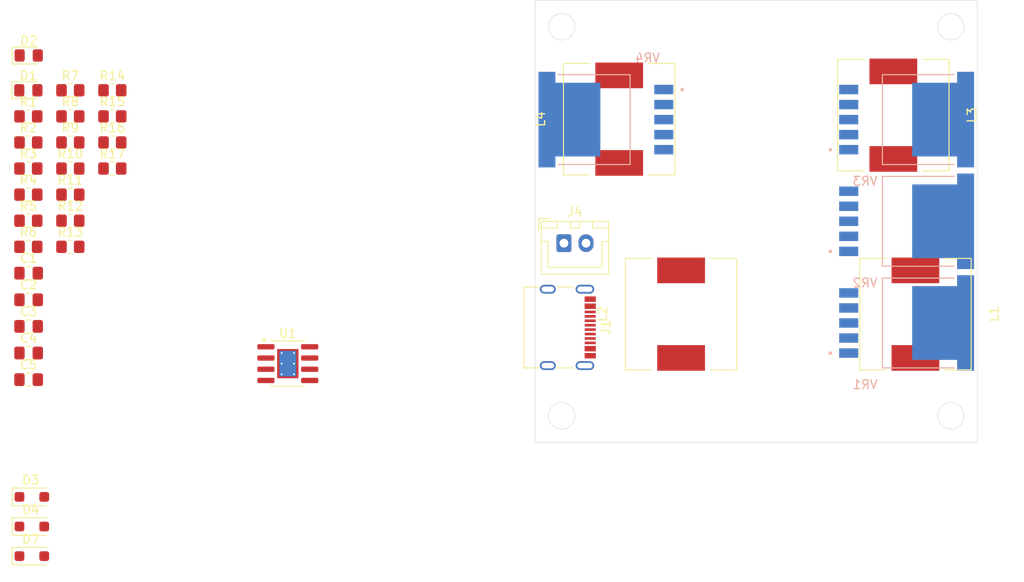
<source format=kicad_pcb>
(kicad_pcb (version 20241229) (generator "pcbnew") (generator_version "9.0")
  (layers (0 "F.Cu" signal) (4 "In1.Cu" signal) (6 "In2.Cu" signal) (8 "In3.Cu" signal) (10 "In4.Cu" signal) (12 "In5.Cu" signal) (14 "In6.Cu" signal) (2 "B.Cu" signal) (13 "F.Paste" user) (15 "B.Paste" user) (5 "F.SilkS" user "F.Silkscreen") (7 "B.SilkS" user "B.Silkscreen") (1 "F.Mask" user) (3 "B.Mask" user) (25 "Edge.Cuts" user))
  (net 0 "")
  (net 1 "Net-(J2-Pin_1)")
  (net 2 "GNDD")
  (net 3 "Net-(C2-Pad2)")
  (net 4 "Net-(C3-Pad2)")
  (net 5 "Net-(C4-Pad2)")
  (net 6 "Net-(C5-Pad2)")
  (net 7 "Net-(D1-A)")
  (net 8 "Net-(D1-K)")
  (net 9 "Net-(D3-K)")
  (net 10 "Net-(D3-A)")
  (net 11 "Net-(D4-A)")
  (net 12 "Net-(D7-A)")
  (net 13 "Net-(J4-Pin_2)")
  (net 14 "Net-(J1-CC1)")
  (net 15 "VBUS")
  (net 16 "Net-(J4-Pin_1)")
  (net 17 "Net-(J1-CC2)")
  (net 18 "Net-(VR1-SWITCH)")
  (net 19 "Net-(D2-A)")
  (net 20 "Net-(U1-PROG)")
  (net 21 "Net-(VR2-COMP)")
  (net 22 "Net-(VR2-FEEDBACK)")
  (net 23 "Net-(VR3-COMP)")
  (net 24 "Net-(VR3-FEEDBACK)")
  (net 25 "Net-(VR1-COMP)")
  (net 26 "Net-(VR1-FEEDBACK)")
  (net 27 "Net-(VR4-COMP)")
  (net 28 "Net-(VR4-FEEDBACK)")
  (net 29 "Net-(D2-K)")
  (footprint "Resistor_SMD:R_0805_2012Metric_Pad1.20x1.40mm_HandSolder" (layer "F.Cu") (at 87.185 35.185)
    (property "Reference" "R14" (at 0 -1.65 0) (layer "F.SilkS"))
    (property "Value" "1K")
    (fp_line (start -0.227064 -0.735) (end 0.227064 -0.735) (stroke (width 0.12)) (layer "F.SilkS"))
    (fp_line (start -0.227064 0.735) (end 0.227064 0.735) (stroke (width 0.12)) (layer "F.SilkS"))
    (pad "1" smd roundrect (at -1 0) (size 1.2 1.4) (layers "F.Cu" "F.Mask" "F.Paste") (roundrect_rratio 0.208333) (net 26 "Net-(VR1-FEEDBACK)"))
    (pad "2" smd roundrect (at 1 0) (size 1.2 1.4) (layers "F.Cu" "F.Mask" "F.Paste") (roundrect_rratio 0.208333) (net 2 "GNDD"))
  )
  (footprint "Resistor_SMD:R_0805_2012Metric_Pad1.20x1.40mm_HandSolder" (layer "F.Cu") (at 82.435 38.135)
    (property "Reference" "R8" (at 0 -1.65 0) (layer "F.SilkS"))
    (property "Value" "9K")
    (fp_line (start -0.227064 -0.735) (end 0.227064 -0.735) (stroke (width 0.12)) (layer "F.SilkS"))
    (fp_line (start -0.227064 0.735) (end 0.227064 0.735) (stroke (width 0.12)) (layer "F.SilkS"))
    (pad "1" smd roundrect (at -1 0) (size 1.2 1.4) (layers "F.Cu" "F.Mask" "F.Paste") (roundrect_rratio 0.208333) (net 9 "Net-(D3-K)"))
    (pad "2" smd roundrect (at 1 0) (size 1.2 1.4) (layers "F.Cu" "F.Mask" "F.Paste") (roundrect_rratio 0.208333) (net 22 "Net-(VR2-FEEDBACK)"))
  )
  (footprint "Resistor_SMD:R_0805_2012Metric_Pad1.20x1.40mm_HandSolder" (layer "F.Cu") (at 77.685 44.035)
    (property "Reference" "R3" (at 0 -1.65 0) (layer "F.SilkS"))
    (property "Value" "5K1")
    (fp_line (start -0.227064 -0.735) (end 0.227064 -0.735) (stroke (width 0.12)) (layer "F.SilkS"))
    (fp_line (start -0.227064 0.735) (end 0.227064 0.735) (stroke (width 0.12)) (layer "F.SilkS"))
    (pad "1" smd roundrect (at -1 0) (size 1.2 1.4) (layers "F.Cu" "F.Mask" "F.Paste") (roundrect_rratio 0.208333) (net 2 "GNDD"))
    (pad "2" smd roundrect (at 1 0) (size 1.2 1.4) (layers "F.Cu" "F.Mask" "F.Paste") (roundrect_rratio 0.208333) (net 17 "Net-(J1-CC2)"))
  )
  (footprint "Resistor_SMD:R_0805_2012Metric_Pad1.20x1.40mm_HandSolder" (layer "F.Cu") (at 77.685 38.135)
    (property "Reference" "R1" (at 0 -1.65 0) (layer "F.SilkS"))
    (property "Value" "R")
    (fp_line (start -0.227064 -0.735) (end 0.227064 -0.735) (stroke (width 0.12)) (layer "F.SilkS"))
    (fp_line (start -0.227064 0.735) (end 0.227064 0.735) (stroke (width 0.12)) (layer "F.SilkS"))
    (pad "1" smd roundrect (at -1 0) (size 1.2 1.4) (layers "F.Cu" "F.Mask" "F.Paste") (roundrect_rratio 0.208333) (net 7 "Net-(D1-A)"))
    (pad "2" smd roundrect (at 1 0) (size 1.2 1.4) (layers "F.Cu" "F.Mask" "F.Paste") (roundrect_rratio 0.208333) (net 15 "VBUS"))
  )
  (footprint "Resistor_SMD:R_0805_2012Metric_Pad1.20x1.40mm_HandSolder" (layer "F.Cu") (at 87.185 44.035)
    (property "Reference" "R17" (at 0 -1.65 0) (layer "F.SilkS"))
    (property "Value" "1K")
    (fp_line (start -0.227064 -0.735) (end 0.227064 -0.735) (stroke (width 0.12)) (layer "F.SilkS"))
    (fp_line (start -0.227064 0.735) (end 0.227064 0.735) (stroke (width 0.12)) (layer "F.SilkS"))
    (pad "1" smd roundrect (at -1 0) (size 1.2 1.4) (layers "F.Cu" "F.Mask" "F.Paste") (roundrect_rratio 0.208333) (net 28 "Net-(VR4-FEEDBACK)"))
    (pad "2" smd roundrect (at 1 0) (size 1.2 1.4) (layers "F.Cu" "F.Mask" "F.Paste") (roundrect_rratio 0.208333) (net 2 "GNDD"))
  )
  (footprint "Capacitor_SMD:C_0805_2012Metric_Pad1.18x1.45mm_HandSolder" (layer "F.Cu") (at 77.715 55.865)
    (property "Reference" "C1" (at 0 -1.68 0) (layer "F.SilkS"))
    (property "Value" "C")
    (fp_line (start -0.261252 -0.735) (end 0.261252 -0.735) (stroke (width 0.12)) (layer "F.SilkS"))
    (fp_line (start -0.261252 0.735) (end 0.261252 0.735) (stroke (width 0.12)) (layer "F.SilkS"))
    (pad "1" smd roundrect (at -1.0375 0) (size 1.175 1.45) (layers "F.Cu" "F.Mask" "F.Paste") (roundrect_rratio 0.212766) (net 1 "Net-(J2-Pin_1)"))
    (pad "2" smd roundrect (at 1.0375 0) (size 1.175 1.45) (layers "F.Cu" "F.Mask" "F.Paste") (roundrect_rratio 0.212766) (net 2 "GNDD"))
  )
  (footprint "Resistor_SMD:R_0805_2012Metric_Pad1.20x1.40mm_HandSolder" (layer "F.Cu") (at 87.185 38.135)
    (property "Reference" "R15" (at 0 -1.65 0) (layer "F.SilkS"))
    (property "Value" "2K")
    (fp_line (start -0.227064 -0.735) (end 0.227064 -0.735) (stroke (width 0.12)) (layer "F.SilkS"))
    (fp_line (start -0.227064 0.735) (end 0.227064 0.735) (stroke (width 0.12)) (layer "F.SilkS"))
    (pad "1" smd roundrect (at -1 0) (size 1.2 1.4) (layers "F.Cu" "F.Mask" "F.Paste") (roundrect_rratio 0.208333) (net 27 "Net-(VR4-COMP)"))
    (pad "2" smd roundrect (at 1 0) (size 1.2 1.4) (layers "F.Cu" "F.Mask" "F.Paste") (roundrect_rratio 0.208333) (net 6 "Net-(C5-Pad2)"))
  )
  (footprint "Resistor_SMD:R_0805_2012Metric_Pad1.20x1.40mm_HandSolder" (layer "F.Cu") (at 82.435 41.085)
    (property "Reference" "R9" (at 0 -1.65 0) (layer "F.SilkS"))
    (property "Value" "2K")
    (fp_line (start -0.227064 -0.735) (end 0.227064 -0.735) (stroke (width 0.12)) (layer "F.SilkS"))
    (fp_line (start -0.227064 0.735) (end 0.227064 0.735) (stroke (width 0.12)) (layer "F.SilkS"))
    (pad "1" smd roundrect (at -1 0) (size 1.2 1.4) (layers "F.Cu" "F.Mask" "F.Paste") (roundrect_rratio 0.208333) (net 23 "Net-(VR3-COMP)"))
    (pad "2" smd roundrect (at 1 0) (size 1.2 1.4) (layers "F.Cu" "F.Mask" "F.Paste") (roundrect_rratio 0.208333) (net 4 "Net-(C3-Pad2)"))
  )
  (footprint "Resistor_SMD:R_0805_2012Metric_Pad1.20x1.40mm_HandSolder" (layer "F.Cu") (at 82.435 49.935)
    (property "Reference" "R12" (at 0 -1.65 0) (layer "F.SilkS"))
    (property "Value" "2K")
    (fp_line (start -0.227064 -0.735) (end 0.227064 -0.735) (stroke (width 0.12)) (layer "F.SilkS"))
    (fp_line (start -0.227064 0.735) (end 0.227064 0.735) (stroke (width 0.12)) (layer "F.SilkS"))
    (pad "1" smd roundrect (at -1 0) (size 1.2 1.4) (layers "F.Cu" "F.Mask" "F.Paste") (roundrect_rratio 0.208333) (net 25 "Net-(VR1-COMP)"))
    (pad "2" smd roundrect (at 1 0) (size 1.2 1.4) (layers "F.Cu" "F.Mask" "F.Paste") (roundrect_rratio 0.208333) (net 5 "Net-(C4-Pad2)"))
  )
  (footprint "Resistor_SMD:R_0805_2012Metric_Pad1.20x1.40mm_HandSolder" (layer "F.Cu") (at 82.435 44.035)
    (property "Reference" "R10" (at 0 -1.65 0) (layer "F.SilkS"))
    (property "Value" "9K")
    (fp_line (start -0.227064 -0.735) (end 0.227064 -0.735) (stroke (width 0.12)) (layer "F.SilkS"))
    (fp_line (start -0.227064 0.735) (end 0.227064 0.735) (stroke (width 0.12)) (layer "F.SilkS"))
    (pad "1" smd roundrect (at -1 0) (size 1.2 1.4) (layers "F.Cu" "F.Mask" "F.Paste") (roundrect_rratio 0.208333) (net 9 "Net-(D3-K)"))
    (pad "2" smd roundrect (at 1 0) (size 1.2 1.4) (layers "F.Cu" "F.Mask" "F.Paste") (roundrect_rratio 0.208333) (net 24 "Net-(VR3-FEEDBACK)"))
  )
  (footprint "Resistor_SMD:R_0805_2012Metric_Pad1.20x1.40mm_HandSolder" (layer "F.Cu") (at 82.435 46.985)
    (property "Reference" "R11" (at 0 -1.65 0) (layer "F.SilkS"))
    (property "Value" "1K")
    (fp_line (start -0.227064 -0.735) (end 0.227064 -0.735) (stroke (width 0.12)) (layer "F.SilkS"))
    (fp_line (start -0.227064 0.735) (end 0.227064 0.735) (stroke (width 0.12)) (layer "F.SilkS"))
    (pad "1" smd roundrect (at -1 0) (size 1.2 1.4) (layers "F.Cu" "F.Mask" "F.Paste") (roundrect_rratio 0.208333) (net 24 "Net-(VR3-FEEDBACK)"))
    (pad "2" smd roundrect (at 1 0) (size 1.2 1.4) (layers "F.Cu" "F.Mask" "F.Paste") (roundrect_rratio 0.208333) (net 2 "GNDD"))
  )
  (footprint "Connector_JST:JST_XH_B2B-XH-A_1x02_P2.50mm_Vertical" (layer "F.Cu") (at 138.25 52.475)
    (property "Reference" "J4" (at 1.25 -3.55 0) (layer "F.SilkS"))
    (property "Value" "Conn_01x02_Socket")
    (fp_line (start -2.85 -2.75) (end -2.85 -1.5) (stroke (width 0.12)) (layer "F.SilkS"))
    (fp_line (start -2.56 -2.46) (end -2.56 3.51) (stroke (width 0.12)) (layer "F.SilkS"))
    (fp_line (start -2.56 3.51) (end 5.06 3.51) (stroke (width 0.12)) (layer "F.SilkS"))
    (fp_line (start -2.55 -2.45) (end -2.55 -1.7) (stroke (width 0.12)) (layer "F.SilkS"))
    (fp_line (start -2.55 -1.7) (end -0.75 -1.7) (stroke (width 0.12)) (layer "F.SilkS"))
    (fp_line (start -2.55 -0.2) (end -1.8 -0.2) (stroke (width 0.12)) (layer "F.SilkS"))
    (fp_line (start -1.8 -0.2) (end -1.8 2.75) (stroke (width 0.12)) (layer "F.SilkS"))
    (fp_line (start -1.8 2.75) (end 1.25 2.75) (stroke (width 0.12)) (layer "F.SilkS"))
    (fp_line (start -1.6 -2.75) (end -2.85 -2.75) (stroke (width 0.12)) (layer "F.SilkS"))
    (fp_line (start -0.75 -2.45) (end -2.55 -2.45) (stroke (width 0.12)) (layer "F.SilkS"))
    (fp_line (start -0.75 -1.7) (end -0.75 -2.45) (stroke (width 0.12)) (layer "F.SilkS"))
    (fp_line (start 0.75 -2.45) (end 0.75 -1.7) (stroke (width 0.12)) (layer "F.SilkS"))
    (fp_line (start 0.75 -1.7) (end 1.75 -1.7) (stroke (width 0.12)) (layer "F.SilkS"))
    (fp_line (start 1.75 -2.45) (end 0.75 -2.45) (stroke (width 0.12)) (layer "F.SilkS"))
    (fp_line (start 1.75 -1.7) (end 1.75 -2.45) (stroke (width 0.12)) (layer "F.SilkS"))
    (fp_line (start 3.25 -2.45) (end 3.25 -1.7) (stroke (width 0.12)) (layer "F.SilkS"))
    (fp_line (start 3.25 -1.7) (end 5.05 -1.7) (stroke (width 0.12)) (layer "F.SilkS"))
    (fp_line (start 4.3 -0.2) (end 4.3 2.75) (stroke (width 0.12)) (layer "F.SilkS"))
    (fp_line (start 4.3 2.75) (end 1.25 2.75) (stroke (width 0.12)) (layer "F.SilkS"))
    (fp_line (start 5.05 -2.45) (end 3.25 -2.45) (stroke (width 0.12)) (layer "F.SilkS"))
    (fp_line (start 5.05 -1.7) (end 5.05 -2.45) (stroke (width 0.12)) (layer "F.SilkS"))
    (fp_line (start 5.05 -0.2) (end 4.3 -0.2) (stroke (width 0.12)) (layer "F.SilkS"))
    (fp_line (start 5.06 -2.46) (end -2.56 -2.46) (stroke (width 0.12)) (layer "F.SilkS"))
    (fp_line (start 5.06 3.51) (end 5.06 -2.46) (stroke (width 0.12)) (layer "F.SilkS"))
    (pad "1" thru_hole roundrect (at 0 0) (size 1.7 2) (drill 1) (layers "*.Cu" "*.Mask") (roundrect_rratio 0.147059) (net 16 "Net-(J4-Pin_1)"))
    (pad "2" thru_hole oval (at 2.5 0) (size 1.7 2) (drill 1) (layers "*.Cu" "*.Mask") (net 13 "Net-(J4-Pin_2)"))
  )
  (footprint "Resistor_SMD:R_0805_2012Metric_Pad1.20x1.40mm_HandSolder" (layer "F.Cu") (at 77.685 52.885)
    (property "Reference" "R6" (at 0 -1.65 0) (layer "F.SilkS"))
    (property "Value" "2K")
    (fp_line (start -0.227064 -0.735) (end 0.227064 -0.735) (stroke (width 0.12)) (layer "F.SilkS"))
    (fp_line (start -0.227064 0.735) (end 0.227064 0.735) (stroke (width 0.12)) (layer "F.SilkS"))
    (pad "1" smd roundrect (at -1 0) (size 1.2 1.4) (layers "F.Cu" "F.Mask" "F.Paste") (roundrect_rratio 0.208333) (net 21 "Net-(VR2-COMP)"))
    (pad "2" smd roundrect (at 1 0) (size 1.2 1.4) (layers "F.Cu" "F.Mask" "F.Paste") (roundrect_rratio 0.208333) (net 3 "Net-(C2-Pad2)"))
  )
  (footprint "Capacitor_SMD:C_0805_2012Metric_Pad1.18x1.45mm_HandSolder" (layer "F.Cu") (at 77.715 67.905)
    (property "Reference" "C5" (at 0 -1.68 0) (layer "F.SilkS"))
    (property "Value" "0,1uF")
    (fp_line (start -0.261252 -0.735) (end 0.261252 -0.735) (stroke (width 0.12)) (layer "F.SilkS"))
    (fp_line (start -0.261252 0.735) (end 0.261252 0.735) (stroke (width 0.12)) (layer "F.SilkS"))
    (pad "1" smd roundrect (at -1.0375 0) (size 1.175 1.45) (layers "F.Cu" "F.Mask" "F.Paste") (roundrect_rratio 0.212766) (net 2 "GNDD"))
    (pad "2" smd roundrect (at 1.0375 0) (size 1.175 1.45) (layers "F.Cu" "F.Mask" "F.Paste") (roundrect_rratio 0.212766) (net 6 "Net-(C5-Pad2)"))
  )
  (footprint "Inductor_SMD:L_12x12mm_H4.5mm_model" (layer "F.Cu") (at 151.5 60.5 90)
    (property "Reference" "L2" (at 0 -8.89 90) (layer "F.SilkS"))
    (property "Value" "100uH")
    (fp_line (start 6.3 -6.3) (end 6.3 -3.3) (stroke (width 0.12)) (layer "F.SilkS"))
    (fp_line (start -6.3 -6.3) (end 6.3 -6.3) (stroke (width 0.12)) (layer "F.SilkS"))
    (fp_line (start -6.3 -3.3) (end -6.3 -6.3) (stroke (width 0.12)) (layer "F.SilkS"))
    (fp_line (start 6.3 3.3) (end 6.3 6.3) (stroke (width 0.12)) (layer "F.SilkS"))
    (fp_line (start 6.3 6.3) (end -6.3 6.3) (stroke (width 0.12)) (layer "F.SilkS"))
    (fp_line (start -6.3 6.3) (end -6.3 3.3) (stroke (width 0.12)) (layer "F.SilkS"))
    (pad "1" smd rect (at -4.95 0 90) (size 2.9 5.4) (layers "F.Cu" "F.Mask" "F.Paste") (net 1 "Net-(J2-Pin_1)"))
    (pad "2" smd rect (at 4.95 0 90) (size 2.9 5.4) (layers "F.Cu" "F.Mask" "F.Paste") (net 12 "Net-(D7-A)"))
  )
  (footprint "LED_SMD:LED_0805_2012Metric_Pad1.15x1.40mm_HandSolder" (layer "F.Cu") (at 77.725 31.25)
    (property "Reference" "D2" (at 0 -1.65 0) (layer "F.SilkS"))
    (property "Value" "LED")
    (fp_line (start -1.86 -0.96) (end -1.86 0.96) (stroke (width 0.12)) (layer "F.SilkS"))
    (fp_line (start -1.86 0.96) (end 1 0.96) (stroke (width 0.12)) (layer "F.SilkS"))
    (fp_line (start 1 -0.96) (end -1.86 -0.96) (stroke (width 0.12)) (layer "F.SilkS"))
    (pad "1" smd roundrect (at -1.025 0) (size 1.15 1.4) (layers "F.Cu" "F.Mask" "F.Paste") (roundrect_rratio 0.217391) (net 29 "Net-(D2-K)"))
    (pad "2" smd roundrect (at 1.025 0) (size 1.15 1.4) (layers "F.Cu" "F.Mask" "F.Paste") (roundrect_rratio 0.217391) (net 19 "Net-(D2-A)"))
  )
  (footprint "Resistor_SMD:R_0805_2012Metric_Pad1.20x1.40mm_HandSolder" (layer "F.Cu") (at 82.435 35.185)
    (property "Reference" "R7" (at 0 -1.65 0) (layer "F.SilkS"))
    (property "Value" "1K")
    (fp_line (start -0.227064 -0.735) (end 0.227064 -0.735) (stroke (width 0.12)) (layer "F.SilkS"))
    (fp_line (start -0.227064 0.735) (end 0.227064 0.735) (stroke (width 0.12)) (layer "F.SilkS"))
    (pad "1" smd roundrect (at -1 0) (size 1.2 1.4) (layers "F.Cu" "F.Mask" "F.Paste") (roundrect_rratio 0.208333) (net 22 "Net-(VR2-FEEDBACK)"))
    (pad "2" smd roundrect (at 1 0) (size 1.2 1.4) (layers "F.Cu" "F.Mask" "F.Paste") (roundrect_rratio 0.208333) (net 2 "GNDD"))
  )
  (footprint "Inductor_SMD:L_12x12mm_H4.5mm_model" (layer "F.Cu") (at 144.5 38.45 90)
    (property "Reference" "L4" (at 0 -8.89 90) (layer "F.SilkS"))
    (property "Value" "100uH")
    (fp_line (start 6.3 -6.3) (end 6.3 -3.3) (stroke (width 0.12)) (layer "F.SilkS"))
    (fp_line (start -6.3 -6.3) (end 6.3 -6.3) (stroke (width 0.12)) (layer "F.SilkS"))
    (fp_line (start -6.3 -3.3) (end -6.3 -6.3) (stroke (width 0.12)) (layer "F.SilkS"))
    (fp_line (start 6.3 3.3) (end 6.3 6.3) (stroke (width 0.12)) (layer "F.SilkS"))
    (fp_line (start 6.3 6.3) (end -6.3 6.3) (stroke (width 0.12)) (layer "F.SilkS"))
    (fp_line (start -6.3 6.3) (end -6.3 3.3) (stroke (width 0.12)) (layer "F.SilkS"))
    (pad "1" smd rect (at -4.95 0 90) (size 2.9 5.4) (layers "F.Cu" "F.Mask" "F.Paste") (net 1 "Net-(J2-Pin_1)"))
    (pad "2" smd rect (at 4.95 0 90) (size 2.9 5.4) (layers "F.Cu" "F.Mask" "F.Paste") (net 11 "Net-(D4-A)"))
  )
  (footprint "Diode_SMD:D_SOD-123F" (layer "F.Cu") (at 78.08 87.865)
    (property "Reference" "D7" (at -0.127 -1.905 0) (layer "F.SilkS"))
    (property "Value" "1N4148W")
    (fp_line (start -2.21 -1) (end -2.21 1) (stroke (width 0.12)) (layer "F.SilkS"))
    (fp_line (start -2.21 -1) (end 1.65 -1) (stroke (width 0.12)) (layer "F.SilkS"))
    (fp_line (start -2.21 1) (end 1.65 1) (stroke (width 0.12)) (layer "F.SilkS"))
    (pad "1" smd roundrect (at -1.4 0) (size 1.1 1.1) (layers "F.Cu" "F.Mask" "F.Paste") (roundrect_rratio 0.2272727273) (net 9 "Net-(D3-K)"))
    (pad "2" smd roundrect (at 1.4 0) (size 1.1 1.1) (layers "F.Cu" "F.Mask" "F.Paste") (roundrect_rratio 0.2272727273) (net 12 "Net-(D7-A)"))
  )
  (footprint "Diode_SMD:D_SOD-123F" (layer "F.Cu") (at 78.08 81.165)
    (property "Reference" "D3" (at -0.127 -1.905 0) (layer "F.SilkS"))
    (property "Value" "1N4148W")
    (fp_line (start -2.21 -1) (end -2.21 1) (stroke (width 0.12)) (layer "F.SilkS"))
    (fp_line (start -2.21 -1) (end 1.65 -1) (stroke (width 0.12)) (layer "F.SilkS"))
    (fp_line (start -2.21 1) (end 1.65 1) (stroke (width 0.12)) (layer "F.SilkS"))
    (pad "1" smd roundrect (at -1.4 0) (size 1.1 1.1) (layers "F.Cu" "F.Mask" "F.Paste") (roundrect_rratio 0.2272727273) (net 9 "Net-(D3-K)"))
    (pad "2" smd roundrect (at 1.4 0) (size 1.1 1.1) (layers "F.Cu" "F.Mask" "F.Paste") (roundrect_rratio 0.2272727273) (net 10 "Net-(D3-A)"))
  )
  (footprint "Inductor_SMD:L_12x12mm_H4.5mm_model" (layer "F.Cu") (at 175.5 38 -90)
    (property "Reference" "L3" (at 0 -8.89 90) (layer "F.SilkS"))
    (property "Value" "100uH")
    (fp_line (start -6.3 6.3) (end -6.3 3.3) (stroke (width 0.12)) (layer "F.SilkS"))
    (fp_line (start 6.3 6.3) (end -6.3 6.3) (stroke (width 0.12)) (layer "F.SilkS"))
    (fp_line (start 6.3 3.3) (end 6.3 6.3) (stroke (width 0.12)) (layer "F.SilkS"))
    (fp_line (start -6.3 -3.3) (end -6.3 -6.3) (stroke (width 0.12)) (layer "F.SilkS"))
    (fp_line (start -6.3 -6.3) (end 6.3 -6.3) (stroke (width 0.12)) (layer "F.SilkS"))
    (fp_line (start 6.3 -6.3) (end 6.3 -3.3) (stroke (width 0.12)) (layer "F.SilkS"))
    (pad "1" smd rect (at -4.95 0 270) (size 2.9 5.4) (layers "F.Cu" "F.Mask" "F.Paste") (net 1 "Net-(J2-Pin_1)"))
    (pad "2" smd rect (at 4.95 0 270) (size 2.9 5.4) (layers "F.Cu" "F.Mask" "F.Paste") (net 10 "Net-(D3-A)"))
  )
  (footprint "Resistor_SMD:R_0805_2012Metric_Pad1.20x1.40mm_HandSolder" (layer "F.Cu") (at 82.435 52.885)
    (property "Reference" "R13" (at 0 -1.65 0) (layer "F.SilkS"))
    (property "Value" "4K1")
    (fp_line (start -0.227064 -0.735) (end 0.227064 -0.735) (stroke (width 0.12)) (layer "F.SilkS"))
    (fp_line (start -0.227064 0.735) (end 0.227064 0.735) (stroke (width 0.12)) (layer "F.SilkS"))
    (pad "1" smd roundrect (at -1 0) (size 1.2 1.4) (layers "F.Cu" "F.Mask" "F.Paste") (roundrect_rratio 0.208333) (net 18 "Net-(VR1-SWITCH)"))
    (pad "2" smd roundrect (at 1 0) (size 1.2 1.4) (layers "F.Cu" "F.Mask" "F.Paste") (roundrect_rratio 0.208333) (net 26 "Net-(VR1-FEEDBACK)"))
  )
  (footprint "Capacitor_SMD:C_0805_2012Metric_Pad1.18x1.45mm_HandSolder" (layer "F.Cu") (at 77.715 61.885)
    (property "Reference" "C3" (at 0 -1.68 0) (layer "F.SilkS"))
    (property "Value" "0,1uF")
    (fp_line (start -0.261252 -0.735) (end 0.261252 -0.735) (stroke (width 0.12)) (layer "F.SilkS"))
    (fp_line (start -0.261252 0.735) (end 0.261252 0.735) (stroke (width 0.12)) (layer "F.SilkS"))
    (pad "1" smd roundrect (at -1.0375 0) (size 1.175 1.45) (layers "F.Cu" "F.Mask" "F.Paste") (roundrect_rratio 0.212766) (net 2 "GNDD"))
    (pad "2" smd roundrect (at 1.0375 0) (size 1.175 1.45) (layers "F.Cu" "F.Mask" "F.Paste") (roundrect_rratio 0.212766) (net 4 "Net-(C3-Pad2)"))
  )
  (footprint "Diode_SMD:D_SOD-123F" (layer "F.Cu") (at 78.08 84.515)
    (property "Reference" "D4" (at -0.127 -1.905 0) (layer "F.SilkS"))
    (property "Value" "1N4148W")
    (fp_line (start -2.21 -1) (end -2.21 1) (stroke (width 0.12)) (layer "F.SilkS"))
    (fp_line (start -2.21 -1) (end 1.65 -1) (stroke (width 0.12)) (layer "F.SilkS"))
    (fp_line (start -2.21 1) (end 1.65 1) (stroke (width 0.12)) (layer "F.SilkS"))
    (pad "1" smd roundrect (at -1.4 0) (size 1.1 1.1) (layers "F.Cu" "F.Mask" "F.Paste") (roundrect_rratio 0.2272727273) (net 9 "Net-(D3-K)"))
    (pad "2" smd roundrect (at 1.4 0) (size 1.1 1.1) (layers "F.Cu" "F.Mask" "F.Paste") (roundrect_rratio 0.2272727273) (net 11 "Net-(D4-A)"))
  )
  (footprint "Capacitor_SMD:C_0805_2012Metric_Pad1.18x1.45mm_HandSolder" (layer "F.Cu") (at 77.715 64.895)
    (property "Reference" "C4" (at 0 -1.68 0) (layer "F.SilkS"))
    (property "Value" "0,1uF")
    (fp_line (start -0.261252 -0.735) (end 0.261252 -0.735) (stroke (width 0.12)) (layer "F.SilkS"))
    (fp_line (start -0.261252 0.735) (end 0.261252 0.735) (stroke (width 0.12)) (layer "F.SilkS"))
    (pad "1" smd roundrect (at -1.0375 0) (size 1.175 1.45) (layers "F.Cu" "F.Mask" "F.Paste") (roundrect_rratio 0.212766) (net 2 "GNDD"))
    (pad "2" smd roundrect (at 1.0375 0) (size 1.175 1.45) (layers "F.Cu" "F.Mask" "F.Paste") (roundrect_rratio 0.212766) (net 5 "Net-(C4-Pad2)"))
  )
  (footprint "Resistor_SMD:R_0805_2012Metric_Pad1.20x1.40mm_HandSolder" (layer "F.Cu") (at 77.685 41.085)
    (property "Reference" "R2" (at 0 -1.65 0) (layer "F.SilkS"))
    (property "Value" "R")
    (fp_line (start -0.227064 -0.735) (end 0.227064 -0.735) (stroke (width 0.12)) (layer "F.SilkS"))
    (fp_line (start -0.227064 0.735) (end 0.227064 0.735) (stroke (width 0.12)) (layer "F.SilkS"))
    (pad "1" smd roundrect (at -1 0) (size 1.2 1.4) (layers "F.Cu" "F.Mask" "F.Paste") (roundrect_rratio 0.208333) (net 19 "Net-(D2-A)"))
    (pad "2" smd roundrect (at 1 0) (size 1.2 1.4) (layers "F.Cu" "F.Mask" "F.Paste") (roundrect_rratio 0.208333) (net 15 "VBUS"))
  )
  (footprint "Capacitor_SMD:C_0805_2012Metric_Pad1.18x1.45mm_HandSolder" (layer "F.Cu") (at 77.715 58.875)
    (property "Reference" "C2" (at 0 -1.68 0) (layer "F.SilkS"))
    (property "Value" "0,1uF")
    (fp_line (start -0.261252 -0.735) (end 0.261252 -0.735) (stroke (width 0.12)) (layer "F.SilkS"))
    (fp_line (start -0.261252 0.735) (end 0.261252 0.735) (stroke (width 0.12)) (layer "F.SilkS"))
    (pad "1" smd roundrect (at -1.0375 0) (size 1.175 1.45) (layers "F.Cu" "F.Mask" "F.Paste") (roundrect_rratio 0.212766) (net 2 "GNDD"))
    (pad "2" smd roundrect (at 1.0375 0) (size 1.175 1.45) (layers "F.Cu" "F.Mask" "F.Paste") (roundrect_rratio 0.212766) (net 3 "Net-(C2-Pad2)"))
  )
  (footprint "Inductor_SMD:L_12x12mm_H4.5mm_model" (layer "F.Cu") (at 178 60.5 -90)
    (property "Reference" "L1" (at 0 -8.89 90) (layer "F.SilkS"))
    (property "Value" "100uH")
    (fp_line (start -6.3 6.3) (end -6.3 3.3) (stroke (width 0.12)) (layer "F.SilkS"))
    (fp_line (start 6.3 6.3) (end -6.3 6.3) (stroke (width 0.12)) (layer "F.SilkS"))
    (fp_line (start 6.3 3.3) (end 6.3 6.3) (stroke (width 0.12)) (layer "F.SilkS"))
    (fp_line (start -6.3 -3.3) (end -6.3 -6.3) (stroke (width 0.12)) (layer "F.SilkS"))
    (fp_line (start -6.3 -6.3) (end 6.3 -6.3) (stroke (width 0.12)) (layer "F.SilkS"))
    (fp_line (start 6.3 -6.3) (end 6.3 -3.3) (stroke (width 0.12)) (layer "F.SilkS"))
    (pad "1" smd rect (at -4.95 0 270) (size 2.9 5.4) (layers "F.Cu" "F.Mask" "F.Paste") (net 1 "Net-(J2-Pin_1)"))
    (pad "2" smd rect (at 4.95 0 270) (size 2.9 5.4) (layers "F.Cu" "F.Mask" "F.Paste") (net 18 "Net-(VR1-SWITCH)"))
  )
  (footprint "Resistor_SMD:R_0805_2012Metric_Pad1.20x1.40mm_HandSolder" (layer "F.Cu") (at 77.685 46.985)
    (property "Reference" "R4" (at 0 -1.65 0) (layer "F.SilkS"))
    (property "Value" "5K1")
    (fp_line (start -0.227064 -0.735) (end 0.227064 -0.735) (stroke (width 0.12)) (layer "F.SilkS"))
    (fp_line (start -0.227064 0.735) (end 0.227064 0.735) (stroke (width 0.12)) (layer "F.SilkS"))
    (pad "1" smd roundrect (at -1 0) (size 1.2 1.4) (layers "F.Cu" "F.Mask" "F.Paste") (roundrect_rratio 0.208333) (net 2 "GNDD"))
    (pad "2" smd roundrect (at 1 0) (size 1.2 1.4) (layers "F.Cu" "F.Mask" "F.Paste") (roundrect_rratio 0.208333) (net 14 "Net-(J1-CC1)"))
  )
  (footprint "Resistor_SMD:R_0805_2012Metric_Pad1.20x1.40mm_HandSolder" (layer "F.Cu") (at 77.685 49.935)
    (property "Reference" "R5" (at 0 -1.65 0) (layer "F.SilkS"))
    (property "Value" "1K2")
    (fp_line (start -0.227064 -0.735) (end 0.227064 -0.735) (stroke (width 0.12)) (layer "F.SilkS"))
    (fp_line (start -0.227064 0.735) (end 0.227064 0.735) (stroke (width 0.12)) (layer "F.SilkS"))
    (pad "1" smd roundrect (at -1 0) (size 1.2 1.4) (layers "F.Cu" "F.Mask" "F.Paste") (roundrect_rratio 0.208333) (net 2 "GNDD"))
    (pad "2" smd roundrect (at 1 0) (size 1.2 1.4) (layers "F.Cu" "F.Mask" "F.Paste") (roundrect_rratio 0.208333) (net 20 "Net-(U1-PROG)"))
  )
  (footprint "Package_SO:SOIC-8-1EP_3.9x4.9mm_P1.27mm_EP2.41x3.3mm_ThermalVias_model" (layer "F.Cu") (at 107.025 66.095)
    (property "Reference" "U1" (at 0 -3.4 0) (layer "F.SilkS"))
    (property "Value" "TP4056-42-ESOP8")
    (fp_line (start 0 -2.56) (end -1.95 -2.56) (stroke (width 0.12)) (layer "F.SilkS"))
    (fp_line (start 0 -2.56) (end 1.95 -2.56) (stroke (width 0.12)) (layer "F.SilkS"))
    (fp_line (start 0 2.56) (end -1.95 2.56) (stroke (width 0.12)) (layer "F.SilkS"))
    (fp_line (start 0 2.56) (end 1.95 2.56) (stroke (width 0.12)) (layer "F.SilkS"))
    (fp_poly (pts (xy -2.7 -2.465) (xy -2.94 -2.795) (xy -2.46 -2.795)) (stroke (width 0.12)) (fill yes) (layer "F.SilkS"))
    (pad "1" smd roundrect (at -2.475 -1.905) (size 1.95 0.6) (layers "F.Cu" "F.Mask" "F.Paste") (net 2 "GNDD"))
    (pad "2" smd roundrect (at -2.475 -0.635) (size 1.95 0.6) (layers "F.Cu" "F.Mask" "F.Paste") (net 20 "Net-(U1-PROG)"))
    (pad "3" smd roundrect (at -2.475 0.635) (size 1.95 0.6) (layers "F.Cu" "F.Mask" "F.Paste") (net 2 "GNDD"))
    (pad "4" smd roundrect (at -2.475 1.905) (size 1.95 0.6) (layers "F.Cu" "F.Mask" "F.Paste") (net 15 "VBUS"))
    (pad "5" smd roundrect (at 2.475 1.905) (size 1.95 0.6) (layers "F.Cu" "F.Mask" "F.Paste") (net 1 "Net-(J2-Pin_1)"))
    (pad "6" smd roundrect (at 2.475 0.635) (size 1.95 0.6) (layers "F.Cu" "F.Mask" "F.Paste") (net 29 "Net-(D2-K)"))
    (pad "7" smd roundrect (at 2.475 -0.635) (size 1.95 0.6) (layers "F.Cu" "F.Mask" "F.Paste") (net 8 "Net-(D1-K)"))
    (pad "8" smd roundrect (at 2.475 -1.905) (size 1.95 0.6) (layers "F.Cu" "F.Mask" "F.Paste") (net 15 "VBUS"))
    (pad "9" thru_hole circle (at -0.7 -1.2) (size 0.5 0.5) (drill 0.2) (property pad_prop_heatsink) (layers "*.Cu") (net 2 "GNDD"))
    (pad "9" thru_hole circle (at -0.7 0) (size 0.5 0.5) (drill 0.2) (property pad_prop_heatsink) (layers "*.Cu") (net 2 "GNDD"))
    (pad "9" thru_hole circle (at -0.7 1.2) (size 0.5 0.5) (drill 0.2) (property pad_prop_heatsink) (layers "*.Cu") (net 2 "GNDD"))
    (pad "9" smd rect (at 0 0) (size 1.9 2.9) (property pad_prop_heatsink) (layers "B.Cu") (net 2 "GNDD"))
    (pad "9" smd rect (at 0 0) (size 2.41 3.3) (property pad_prop_heatsink) (layers "F.Cu" "F.Mask") (net 2 "GNDD"))
    (pad "9" thru_hole circle (at 0.7 -1.2) (size 0.5 0.5) (drill 0.2) (property pad_prop_heatsink) (layers "*.Cu") (net 2 "GNDD"))
    (pad "9" thru_hole circle (at 0.7 0) (size 0.5 0.5) (drill 0.2) (property pad_prop_heatsink) (layers "*.Cu") (net 2 "GNDD"))
    (pad "9" thru_hole circle (at 0.7 1.2) (size 0.5 0.5) (drill 0.2) (property pad_prop_heatsink) (layers "*.Cu") (net 2 "GNDD"))
  )
  (footprint "Resistor_SMD:R_0805_2012Metric_Pad1.20x1.40mm_HandSolder" (layer "F.Cu") (at 87.185 41.085)
    (property "Reference" "R16" (at 0 -1.65 0) (layer "F.SilkS"))
    (property "Value" "9K")
    (fp_line (start -0.227064 -0.735) (end 0.227064 -0.735) (stroke (width 0.12)) (layer "F.SilkS"))
    (fp_line (start -0.227064 0.735) (end 0.227064 0.735) (stroke (width 0.12)) (layer "F.SilkS"))
    (pad "1" smd roundrect (at -1 0) (size 1.2 1.4) (layers "F.Cu" "F.Mask" "F.Paste") (roundrect_rratio 0.208333) (net 9 "Net-(D3-K)"))
    (pad "2" smd roundrect (at 1 0) (size 1.2 1.4) (layers "F.Cu" "F.Mask" "F.Paste") (roundrect_rratio 0.208333) (net 28 "Net-(VR4-FEEDBACK)"))
  )
  (footprint "Connector_USB:USB_C_Receptacle_G-Switch_GT-USB-7010ASV_model" (layer "F.Cu") (at 137.5 62 -90)
    (property "Reference" "J1" (at 0 -5.5 90) (layer "F.SilkS"))
    (property "Value" "USB_C_Receptacle_USB2.0_14P")
    (fp_line (start -4.58 3.785) (end -4.58 2.08) (stroke (width 0.12)) (layer "F.SilkS"))
    (fp_line (start 4.58 3.785) (end -4.58 3.785) (stroke (width 0.12)) (layer "F.SilkS"))
    (fp_line (start 4.58 2.08) (end 4.58 3.785) (stroke (width 0.12)) (layer "F.SilkS"))
    (fp_line (start 4.58 0.07) (end 4.58 -1.85) (stroke (width 0.12)) (layer "F.SilkS"))
    (fp_line (start -4.58 -1.85) (end -4.58 0.07) (stroke (width 0.12)) (layer "F.SilkS"))
    (pad "" np_thru_hole circle (at -2.89 -2.605 270) (size 0.65 0.65) (drill 0.65) (layers "*.Cu" "*.Mask"))
    (pad "" np_thru_hole circle (at 2.89 -2.605 270) (size 0.65 0.65) (drill 0.65) (layers "*.Cu" "*.Mask"))
    (pad "A1" smd rect (at -3.2 -3.725 270) (size 0.6 1.24) (layers "F.Cu" "F.Mask" "F.Paste") (net 2 "GNDD"))
    (pad "A4" smd rect (at -2.4 -3.725 270) (size 0.6 1.24) (layers "F.Cu" "F.Mask" "F.Paste") (net 15 "VBUS"))
    (pad "A5" smd rect (at -1.25 -3.725 270) (size 0.3 1.24) (layers "F.Cu" "F.Mask" "F.Paste") (net 14 "Net-(J1-CC1)"))
    (pad "A6" smd rect (at -0.25 -3.725 270) (size 0.3 1.24) (layers "F.Cu" "F.Mask" "F.Paste") (net 13 "Net-(J4-Pin_2)"))
    (pad "A7" smd rect (at 0.25 -3.725 270) (size 0.3 1.24) (layers "F.Cu" "F.Mask" "F.Paste") (net 16 "Net-(J4-Pin_1)"))
    (pad "A8" smd rect (at 1.25 -3.725 270) (size 0.3 1.24) (layers "F.Cu" "F.Mask" "F.Paste"))
    (pad "A9" smd rect (at 2.4 -3.725 270) (size 0.6 1.24) (layers "F.Cu" "F.Mask" "F.Paste") (net 15 "VBUS"))
    (pad "A12" smd rect (at 3.2 -3.725 270) (size 0.6 1.24) (layers "F.Cu" "F.Mask" "F.Paste") (net 2 "GNDD"))
    (pad "B1" smd rect (at 3.2 -3.725 270) (size 0.6 1.24) (layers "F.Cu" "F.Mask" "F.Paste") (net 2 "GNDD"))
    (pad "B4" smd rect (at 2.4 -3.725 270) (size 0.6 1.24) (layers "F.Cu" "F.Mask" "F.Paste") (net 15 "VBUS"))
    (pad "B5" smd rect (at 1.75 -3.725 270) (size 0.3 1.24) (layers "F.Cu" "F.Mask" "F.Paste") (net 17 "Net-(J1-CC2)"))
    (pad "B6" smd rect (at 0.75 -3.725 270) (size 0.3 1.24) (layers "F.Cu" "F.Mask" "F.Paste") (net 13 "Net-(J4-Pin_2)"))
    (pad "B7" smd rect (at -0.75 -3.725 270) (size 0.3 1.24) (layers "F.Cu" "F.Mask" "F.Paste") (net 16 "Net-(J4-Pin_1)"))
    (pad "B8" smd rect (at -1.75 -3.725 270) (size 0.3 1.24) (layers "F.Cu" "F.Mask" "F.Paste"))
    (pad "B9" smd rect (at -2.4 -3.725 270) (size 0.6 1.24) (layers "F.Cu" "F.Mask" "F.Paste") (net 15 "VBUS"))
    (pad "B12" smd rect (at -3.2 -3.725 270) (size 0.6 1.24) (layers "F.Cu" "F.Mask" "F.Paste") (net 2 "GNDD"))
    (pad "S1" thru_hole oval (at -4.32 -3.125 270) (size 1 2.1) (drill oval 0.6 1.7) (property pad_prop_heatsink) (layers "*.Cu" "*.Mask") (net 2 "GNDD"))
    (pad "S1" thru_hole oval (at -4.32 1.075 270) (size 1 1.8) (drill oval 0.6 1.4) (property pad_prop_heatsink) (layers "*.Cu" "*.Mask") (net 2 "GNDD"))
    (pad "S1" thru_hole oval (at 4.32 -3.125 270) (size 1 2.1) (drill oval 0.6 1.7) (property pad_prop_heatsink) (layers "*.Cu" "*.Mask") (net 2 "GNDD"))
    (pad "S1" thru_hole oval (at 4.32 1.075 270) (size 1 1.8) (drill oval 0.6 1.4) (property pad_prop_heatsink) (layers "*.Cu" "*.Mask") (net 2 "GNDD"))
  )
  (footprint "LED_SMD:LED_0805_2012Metric_Pad1.15x1.40mm_HandSolder" (layer "F.Cu") (at 77.685 35.185)
    (property "Reference" "D1" (at 0 -1.65 0) (layer "F.SilkS"))
    (property "Value" "LED")
    (fp_line (start -1.86 -0.96) (end -1.86 0.96) (stroke (width 0.12)) (layer "F.SilkS"))
    (fp_line (start -1.86 0.96) (end 1 0.96) (stroke (width 0.12)) (layer "F.SilkS"))
    (fp_line (start 1 -0.96) (end -1.86 -0.96) (stroke (width 0.12)) (layer "F.SilkS"))
    (pad "1" smd roundrect (at -1.025 0) (size 1.15 1.4) (layers "F.Cu" "F.Mask" "F.Paste") (roundrect_rratio 0.217391) (net 8 "Net-(D1-K)"))
    (pad "2" smd roundrect (at 1.025 0) (size 1.15 1.4) (layers "F.Cu" "F.Mask" "F.Paste") (roundrect_rratio 0.217391) (net 7 "Net-(D1-A)"))
  )
  (footprint "LM2577S-ADJ_NOPB (1):VREG_LM2577S-ADJ_NOPB_model" (layer "B.Cu") (at 177 38.5)
    (property "Reference" "VR3" (at -4.7 6.965 0) (layer "B.SilkS") (effects (justify mirror)))
    (property "Value" "LM2577S-ADJ_NOPB")
    (fp_line (start -2.735 -5.08) (end 5.395 -5.08) (stroke (width 0.127)) (layer "B.SilkS"))
    (fp_line (start -2.735 5.08) (end -2.735 -5.08) (stroke (width 0.127)) (layer "B.SilkS"))
    (fp_line (start 5.395 5.08) (end -2.735 5.08) (stroke (width 0.127)) (layer "B.SilkS"))
    (fp_circle (center -8.625 3.4) (end -8.525 3.4) (stroke (width 0.2)) (fill no) (layer "B.SilkS"))
    (pad "1" smd rect (at -6.545 3.4) (size 2.16 1.07) (layers "B.Cu" "B.Mask" "B.Paste") (net 23 "Net-(VR3-COMP)"))
    (pad "2" smd rect (at -6.545 1.7) (size 2.16 1.07) (layers "B.Cu" "B.Mask" "B.Paste") (net 24 "Net-(VR3-FEEDBACK)"))
    (pad "3" smd rect (at -6.545 0) (size 2.16 1.07) (layers "B.Cu" "B.Mask" "B.Paste") (net 2 "GNDD"))
    (pad "4" smd rect (at -6.545 -1.7) (size 2.16 1.07) (layers "B.Cu" "B.Mask" "B.Paste") (net 10 "Net-(D3-A)"))
    (pad "5" smd rect (at -6.545 -3.4) (size 2.16 1.07) (layers "B.Cu" "B.Mask" "B.Paste") (net 1 "Net-(J2-Pin_1)"))
    (pad "6" smd custom (at 4.4 0.9) (size 0.1 0.1) (layers "B.Cu") (net 2 "GNDD") (options (clearance outline) (anchor rect)) (primitives (gr_poly (pts (xy -3.765 3.265) (xy -3.765 -5.065) (xy 1.315 -5.065) (xy 1.315 -6.3) (xy 3.225 -6.3) (xy 3.225 4.5) (xy 1.315 4.5) (xy 1.315 3.265)) (width 0.01) (fill yes))))
  )
  (footprint "LM2577S-ADJ_NOPB (1):VREG_LM2577S-ADJ_NOPB_model" (layer "B.Cu") (at 177 50)
    (property "Reference" "VR2" (at -4.7 6.965 0) (layer "B.SilkS") (effects (justify mirror)))
    (property "Value" "LM2577S-ADJ_NOPB")
    (fp_line (start -2.735 -5.08) (end 5.395 -5.08) (stroke (width 0.127)) (layer "B.SilkS"))
    (fp_line (start -2.735 5.08) (end -2.735 -5.08) (stroke (width 0.127)) (layer "B.SilkS"))
    (fp_line (start 5.395 5.08) (end -2.735 5.08) (stroke (width 0.127)) (layer "B.SilkS"))
    (fp_circle (center -8.625 3.4) (end -8.525 3.4) (stroke (width 0.2)) (fill no) (layer "B.SilkS"))
    (pad "1" smd rect (at -6.545 3.4) (size 2.16 1.07) (layers "B.Cu" "B.Mask" "B.Paste") (net 21 "Net-(VR2-COMP)"))
    (pad "2" smd rect (at -6.545 1.7) (size 2.16 1.07) (layers "B.Cu" "B.Mask" "B.Paste") (net 22 "Net-(VR2-FEEDBACK)"))
    (pad "3" smd rect (at -6.545 0) (size 2.16 1.07) (layers "B.Cu" "B.Mask" "B.Paste") (net 2 "GNDD"))
    (pad "4" smd rect (at -6.545 -1.7) (size 2.16 1.07) (layers "B.Cu" "B.Mask" "B.Paste") (net 12 "Net-(D7-A)"))
    (pad "5" smd rect (at -6.545 -3.4) (size 2.16 1.07) (layers "B.Cu" "B.Mask" "B.Paste") (net 1 "Net-(J2-Pin_1)"))
    (pad "6" smd custom (at 4.4 0.9) (size 0.1 0.1) (layers "B.Cu") (net 2 "GNDD") (options (clearance outline) (anchor rect)) (primitives (gr_poly (pts (xy -3.765 3.265) (xy -3.765 -5.065) (xy 1.315 -5.065) (xy 1.315 -6.3) (xy 3.225 -6.3) (xy 3.225 4.5) (xy 1.315 4.5) (xy 1.315 3.265)) (width 0.01) (fill yes))))
  )
  (footprint "LM2577S-ADJ_NOPB (1):VREG_LM2577S-ADJ_NOPB_model" (layer "B.Cu") (at 143 38.5 180)
    (property "Reference" "VR4" (at -4.7 6.965 0) (layer "B.SilkS") (effects (justify mirror)))
    (property "Value" "LM2577S-ADJ_NOPB")
    (fp_line (start 5.395 5.08) (end -2.735 5.08) (stroke (width 0.127)) (layer "B.SilkS"))
    (fp_line (start -2.735 5.08) (end -2.735 -5.08) (stroke (width 0.127)) (layer "B.SilkS"))
    (fp_line (start -2.735 -5.08) (end 5.395 -5.08) (stroke (width 0.127)) (layer "B.SilkS"))
    (fp_circle (center -8.625 3.4) (end -8.525 3.4) (stroke (width 0.2)) (fill no) (layer "B.SilkS"))
    (pad "1" smd rect (at -6.545 3.4 180) (size 2.16 1.07) (layers "B.Cu" "B.Mask" "B.Paste") (net 27 "Net-(VR4-COMP)"))
    (pad "2" smd rect (at -6.545 1.7 180) (size 2.16 1.07) (layers "B.Cu" "B.Mask" "B.Paste") (net 28 "Net-(VR4-FEEDBACK)"))
    (pad "3" smd rect (at -6.545 0 180) (size 2.16 1.07) (layers "B.Cu" "B.Mask" "B.Paste") (net 2 "GNDD"))
    (pad "4" smd rect (at -6.545 -1.7 180) (size 2.16 1.07) (layers "B.Cu" "B.Mask" "B.Paste") (net 11 "Net-(D4-A)"))
    (pad "5" smd rect (at -6.545 -3.4 180) (size 2.16 1.07) (layers "B.Cu" "B.Mask" "B.Paste") (net 1 "Net-(J2-Pin_1)"))
    (pad "6" smd custom (at 4.4 0.9 180) (size 0.1 0.1) (layers "B.Cu") (net 2 "GNDD") (options (clearance outline) (anchor rect)) (primitives (gr_poly (pts (xy -3.765 3.265) (xy -3.765 -5.065) (xy 1.315 -5.065) (xy 1.315 -6.3) (xy 3.225 -6.3) (xy 3.225 4.5) (xy 1.315 4.5) (xy 1.315 3.265)) (width 0.01) (fill yes))))
  )
  (footprint "LM2577S-ADJ_NOPB (1):VREG_LM2577S-ADJ_NOPB_model" (layer "B.Cu") (at 177 61.5)
    (property "Reference" "VR1" (at -4.7 6.965 0) (layer "B.SilkS") (effects (justify mirror)))
    (property "Value" "LM2577S-ADJ_NOPB")
    (fp_line (start -2.735 -5.08) (end 5.395 -5.08) (stroke (width 0.127)) (layer "B.SilkS"))
    (fp_line (start -2.735 5.08) (end -2.735 -5.08) (stroke (width 0.127)) (layer "B.SilkS"))
    (fp_line (start 5.395 5.08) (end -2.735 5.08) (stroke (width 0.127)) (layer "B.SilkS"))
    (fp_circle (center -8.625 3.4) (end -8.525 3.4) (stroke (width 0.2)) (fill no) (layer "B.SilkS"))
    (pad "1" smd rect (at -6.545 3.4) (size 2.16 1.07) (layers "B.Cu" "B.Mask" "B.Paste") (net 25 "Net-(VR1-COMP)"))
    (pad "2" smd rect (at -6.545 1.7) (size 2.16 1.07) (layers "B.Cu" "B.Mask" "B.Paste") (net 26 "Net-(VR1-FEEDBACK)"))
    (pad "3" smd rect (at -6.545 0) (size 2.16 1.07) (layers "B.Cu" "B.Mask" "B.Paste") (net 2 "GNDD"))
    (pad "4" smd rect (at -6.545 -1.7) (size 2.16 1.07) (layers "B.Cu" "B.Mask" "B.Paste") (net 18 "Net-(VR1-SWITCH)"))
    (pad "5" smd rect (at -6.545 -3.4) (size 2.16 1.07) (layers "B.Cu" "B.Mask" "B.Paste") (net 1 "Net-(J2-Pin_1)"))
    (pad "6" smd custom (at 4.4 0.9) (size 0.1 0.1) (layers "B.Cu") (net 2 "GNDD") (options (clearance outline) (anchor rect)) (primitives (gr_poly (pts (xy -3.765 3.265) (xy -3.765 -5.065) (xy 1.315 -5.065) (xy 1.315 -6.3) (xy 3.225 -6.3) (xy 3.225 4.5) (xy 1.315 4.5) (xy 1.315 3.265)) (width 0.01) (fill yes))))
  )
  (gr_line (start 185 75) (end 185 25) (stroke (width 0.05)) (layer "Edge.Cuts"))
  (gr_circle (center 138 28) (end 139.5 28) (stroke (width 0.05)) (fill no) (layer "Edge.Cuts"))
  (gr_line (start 135 75) (end 185 75) (stroke (width 0.05)) (layer "Edge.Cuts"))
  (gr_circle (center 182 72) (end 183.5 72) (stroke (width 0.05)) (fill no) (layer "Edge.Cuts"))
  (gr_line (start 135 25) (end 135 75) (stroke (width 0.05)) (layer "Edge.Cuts"))
  (gr_circle (center 138 72) (end 139.5 72) (stroke (width 0.05)) (fill no) (layer "Edge.Cuts"))
  (gr_circle (center 182 28) (end 182 26.5) (stroke (width 0.05)) (fill no) (layer "Edge.Cuts"))
  (gr_line (start 185 25) (end 135 25) (stroke (width 0.05)) (layer "Edge.Cuts"))
)
</source>
